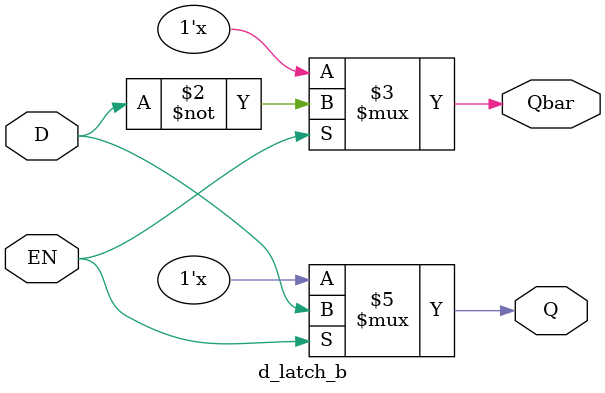
<source format=v>
 module d_latch_s(input EN, input D, output Q, output Qbar);
// intermediary wires
wire N1, A1, A2;

// intermediary gates
not(N1, D);
and(A1, D, EN);
and(A2, N1, EN);
nor(Qbar, A1, Q);
nor(Q, A2, Qbar);

endmodule

// Behavioral model of D-Latch

module d_latch_b(input EN, input D, output reg Q, output reg Qbar);
always @ (EN or D)
    if(EN) begin
        Q <= D;
        Qbar <= ~D;
    end
endmodule


</source>
